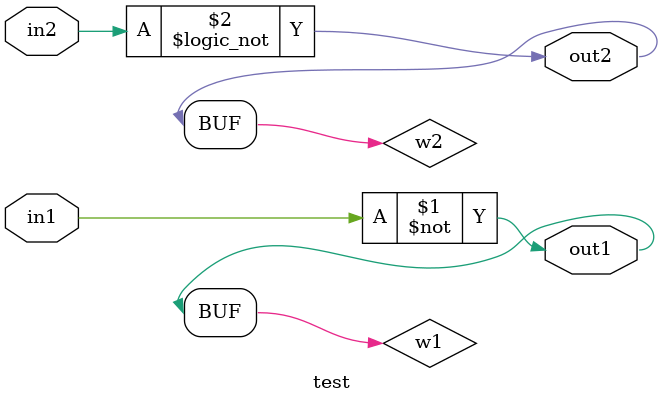
<source format=v>
module test(input in1, in2, output out1, out2);
wire w1, w2;

assign w1 = ~in1;
assign w2 = !in2;
assign out1 = w1;
assign out2 = w2;
endmodule

</source>
